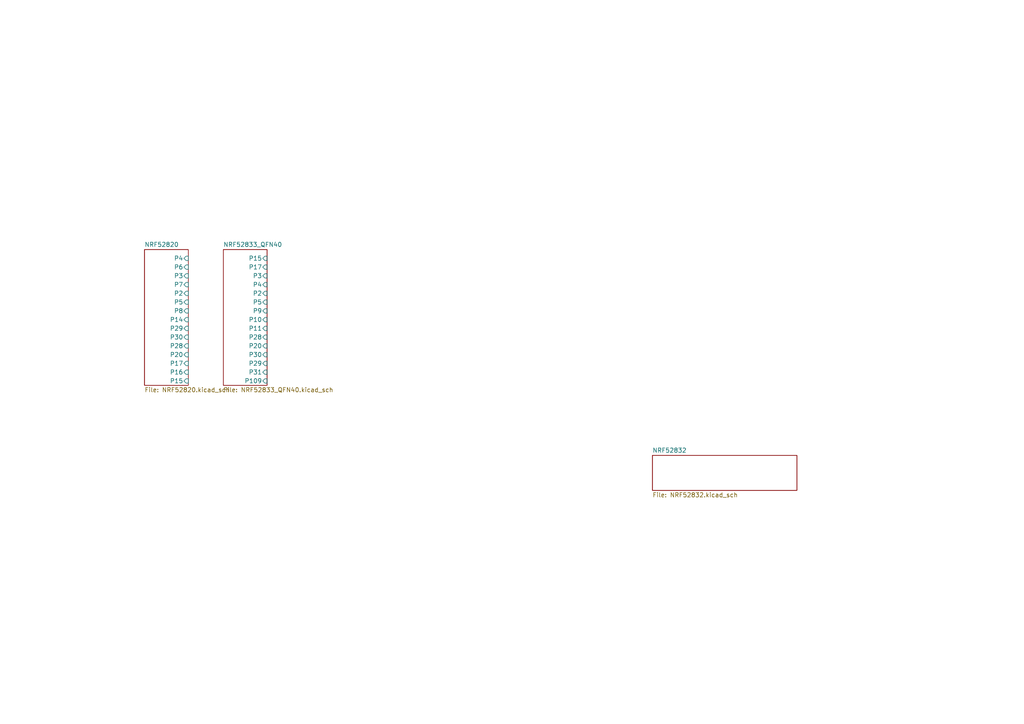
<source format=kicad_sch>
(kicad_sch (version 20231120) (generator "eeschema") (generator_version "8.0")
  (paper "A4")
  (lib_symbols
    (symbol "Battery_Management:BQ24075RGT"
      (property "Reference" "U" (at -8.89 13.97 0))
      (property "Value" "BQ24075RGT" (at 16.51 13.97 0))
      (symbol "BQ24075RGT_0_1"
        (rectangle (start -10.16 12.7) (end 10.16 -12.7) (stroke (width 0.254)) (fill (type background)))
      )
      (symbol "BQ24075RGT_1_1"
        (pin passive line (at 12.7 -2.54 180) (length 2.54) (name "TS") (number "1"))
        (pin power_out line (at 12.7 10.16 180) (length 2.54) (name "OUT") (number "10"))
        (pin passive line (at 12.7 10.16 180) (length 2.54) hide (name "OUT") (number "11"))
        (pin passive line (at -12.7 -7.62 0) (length 2.54) (name "ILIM") (number "12"))
        (pin power_in line (at 0 15.24 270) (length 2.54) (name "IN") (number "13"))
        (pin input line (at -12.7 2.54 0) (length 2.54) (name "TMR") (number "14"))
        (pin input line (at -12.7 10.16 0) (length 2.54) (name "SYSOFF") (number "15"))
        (pin passive line (at -12.7 -10.16 0) (length 2.54) (name "ISET") (number "16"))
        (pin passive line (at 0 -15.24 90) (length 2.54) hide (name "VSS") (number "17"))
        (pin power_out line (at 12.7 2.54 180) (length 2.54) (name "BAT") (number "2"))
        (pin passive line (at 12.7 2.54 180) (length 2.54) hide (name "BAT") (number "3"))
        (pin input line (at -12.7 5.08 0) (length 2.54) (name "~{CE}") (number "4"))
        (pin input line (at -12.7 -2.54 0) (length 2.54) (name "EN2") (number "5"))
        (pin input line (at -12.7 0 0) (length 2.54) (name "EN1") (number "6"))
        (pin open_collector line (at 12.7 -7.62 180) (length 2.54) (name "~{PGOOD}") (number "7"))
        (pin power_in line (at 0 -15.24 90) (length 2.54) (name "VSS") (number "8"))
        (pin open_collector line (at 12.7 -10.16 180) (length 2.54) (name "~{CHG}") (number "9"))
      )
    )
    (symbol "Device:C_Polarized" (pin_numbers hide) (pin_names (offset 0.254))
      (property "Reference" "C" (at 0.635 2.54 0))
      (property "Value" "C_Polarized" (at 0.635 -2.54 0))
      (symbol "C_Polarized_0_1"
        (rectangle (start -2.286 0.508) (end 2.286 1.016))
        (polyline (pts (xy -1.778 2.286) (xy -0.762 2.286)))
        (polyline (pts (xy -1.27 2.794) (xy -1.27 1.778)))
        (rectangle (start 2.286 -0.508) (end -2.286 -1.016) (fill (type outline)))
      )
      (symbol "C_Polarized_1_1"
        (pin passive line (at 0 3.81 270) (length 2.794) (name "~") (number "1"))
        (pin passive line (at 0 -3.81 90) (length 2.794) (name "~") (number "2"))
      )
    )
    (symbol "Interface_Expansion:MCP23017_SO" (pin_names (offset 1.016))
      (property "Reference" "U" (at -11.43 24.13 0))
      (property "Value" "MCP23017_SO" (at 0 0 0))
      (symbol "MCP23017_SO_0_1"
        (rectangle (start -12.7 22.86) (end 12.7 -22.86) (stroke (width 0.254)) (fill (type background)))
      )
      (symbol "MCP23017_SO_1_1"
        (pin bidirectional line (at 17.78 20.32 180) (length 5.08) (name "GPB0") (number "1"))
        (pin power_in line (at 0 -27.94 90) (length 5.08) (name "VSS") (number "10"))
        (pin no_connect line (at -12.7 15.24 0) (length 5.08) hide (name "NC") (number "11"))
        (pin input line (at -17.78 17.78 0) (length 5.08) (name "SCK") (number "12"))
        (pin bidirectional line (at -17.78 20.32 0) (length 5.08) (name "SDA") (number "13"))
        (pin no_connect line (at -12.7 12.7 0) (length 5.08) hide (name "NC") (number "14"))
        (pin input line (at -17.78 -20.32 0) (length 5.08) (name "A0") (number "15"))
        (pin input line (at -17.78 -17.78 0) (length 5.08) (name "A1") (number "16"))
        (pin input line (at -17.78 -15.24 0) (length 5.08) (name "A2") (number "17"))
        (pin input line (at -17.78 -2.54 0) (length 5.08) (name "~{RESET}") (number "18"))
        (pin tri_state line (at -17.78 5.08 0) (length 5.08) (name "INTB") (number "19"))
        (pin bidirectional line (at 17.78 17.78 180) (length 5.08) (name "GPB1") (number "2"))
        (pin tri_state line (at -17.78 2.54 0) (length 5.08) (name "INTA") (number "20"))
        (pin bidirectional line (at 17.78 -2.54 180) (length 5.08) (name "GPA0") (number "21"))
        (pin bidirectional line (at 17.78 -5.08 180) (length 5.08) (name "GPA1") (number "22"))
        (pin bidirectional line (at 17.78 -7.62 180) (length 5.08) (name "GPA2") (number "23"))
        (pin bidirectional line (at 17.78 -10.16 180) (length 5.08) (name "GPA3") (number "24"))
        (pin bidirectional line (at 17.78 -12.7 180) (length 5.08) (name "GPA4") (number "25"))
        (pin bidirectional line (at 17.78 -15.24 180) (length 5.08) (name "GPA5") (number "26"))
        (pin bidirectional line (at 17.78 -17.78 180) (length 5.08) (name "GPA6") (number "27"))
        (pin bidirectional line (at 17.78 -20.32 180) (length 5.08) (name "GPA7") (number "28"))
        (pin bidirectional line (at 17.78 15.24 180) (length 5.08) (name "GPB2") (number "3"))
        (pin bidirectional line (at 17.78 12.7 180) (length 5.08) (name "GPB3") (number "4"))
        (pin bidirectional line (at 17.78 10.16 180) (length 5.08) (name "GPB4") (number "5"))
        (pin bidirectional line (at 17.78 7.62 180) (length 5.08) (name "GPB5") (number "6"))
        (pin bidirectional line (at 17.78 5.08 180) (length 5.08) (name "GPB6") (number "7"))
        (pin bidirectional line (at 17.78 2.54 180) (length 5.08) (name "GPB7") (number "8"))
        (pin power_in line (at 0 27.94 270) (length 5.08) (name "VDD") (number "9"))
      )
    )
    (symbol "LED:WS2812B-2020" (pin_names (offset 0.254))
      (property "Reference" "D" (at 5.08 5.715 0))
      (property "Value" "WS2812B-2020" (at 1.27 -5.715 0))
      (symbol "WS2812B-2020_0_0"
        (text "RGB" (at 2.286 -4.191 0) (effects (font (size 0.762 0.762))))
      )
      (symbol "WS2812B-2020_0_1"
        (polyline (pts (xy 1.27 -3.556) (xy 1.778 -3.556)))
        (polyline (pts (xy 1.27 -2.54) (xy 1.778 -2.54)))
        (polyline (pts (xy 4.699 -3.556) (xy 2.667 -3.556)))
        (polyline (pts (xy 2.286 -2.54) (xy 1.27 -3.556) (xy 1.27 -3.048)))
        (polyline (pts (xy 2.286 -1.524) (xy 1.27 -2.54) (xy 1.27 -2.032)))
        (polyline (pts (xy 3.683 -1.016) (xy 3.683 -3.556) (xy 3.683 -4.064)))
        (polyline (pts (xy 4.699 -1.524) (xy 2.667 -1.524) (xy 3.683 -3.556) (xy 4.699 -1.524)))
        (rectangle (start 5.08 5.08) (end -5.08 -5.08) (stroke (width 0.254)) (fill (type background)))
      )
      (symbol "WS2812B-2020_1_1"
        (pin output line (at 7.62 0 180) (length 2.54) (name "DOUT") (number "1"))
        (pin power_in line (at 0 -7.62 90) (length 2.54) (name "VSS") (number "2"))
        (pin input line (at -7.62 0 0) (length 2.54) (name "DIN") (number "3"))
        (pin power_in line (at 0 7.62 270) (length 2.54) (name "VDD") (number "4"))
      )
    )
    (symbol "PCM_marbastlib-various:MAX17048"
      (property "Reference" "U" (at 0 10.16 0))
      (property "Value" "MAX17048" (at 0 -10.16 0))
      (symbol "MAX17048_0_0"
        (pin power_in line (at -8.89 -1.27 0) (length 2.54) (name "CTG") (number "1"))
        (pin power_in line (at -8.89 3.81 0) (length 2.54) (name "CELL") (number "2"))
        (pin power_in line (at -8.89 6.35 0) (length 2.54) (name "VDD") (number "3"))
        (pin power_in line (at -8.89 -3.81 0) (length 2.54) (name "GND") (number "4"))
        (pin open_collector line (at 8.89 6.35 180) (length 2.54) (name "~{ALRT}") (number "5"))
        (pin input line (at 8.89 -6.35 180) (length 2.54) (name "QSTRT") (number "6"))
        (pin bidirectional line (at 8.89 -1.27 180) (length 2.54) (name "SCL") (number "7"))
        (pin bidirectional line (at 8.89 1.27 180) (length 2.54) (name "SDA") (number "8"))
        (pin power_in line (at -8.89 -6.35 0) (length 2.54) (name "GND") (number "9"))
      )
      (symbol "MAX17048_0_1"
        (rectangle (start -6.35 8.89) (end 6.35 -8.89) (stroke (width 0.1524)) (fill (type background)))
      )
    )
    (symbol "PCM_marbastlib-various:TP4056" (pin_names (offset 1.016))
      (property "Reference" "U" (at -6.35 8.89 0))
      (property "Value" "TP4056" (at 2.54 -10.16 0))
      (symbol "TP4056_0_1"
        (rectangle (start -7.62 7.62) (end 6.35 -8.89) (fill (type background)))
      )
      (symbol "TP4056_1_1"
        (pin input line (at 8.89 -5.08 180) (length 2.54) (name "TEMP") (number "1"))
        (pin input line (at 8.89 -7.62 180) (length 2.54) (name "PROG") (number "2"))
        (pin power_in line (at -10.16 1.27 0) (length 2.54) (name "GND") (number "3"))
        (pin power_in line (at -10.16 6.35 0) (length 2.54) (name "VCC") (number "4"))
        (pin power_out line (at 8.89 6.35 180) (length 2.54) (name "BAT") (number "5"))
        (pin output line (at -10.16 -7.62 0) (length 2.54) (name "STDBY") (number "6"))
        (pin output line (at -10.16 -5.08 0) (length 2.54) (name "CHRG") (number "7"))
        (pin input line (at -10.16 3.81 0) (length 2.54) (name "CE") (number "8"))
      )
    )
    (symbol "Regulator_Linear:AMS1117-3.3"
      (property "Reference" "U" (at -3.81 3.175 0))
      (property "Value" "AMS1117-3.3" (at 0 3.175 0))
      (symbol "AMS1117-3.3_0_1"
        (rectangle (start -5.08 -5.08) (end 5.08 1.905) (stroke (width 0.254)) (fill (type background)))
      )
      (symbol "AMS1117-3.3_1_1"
        (pin power_in line (at 0 -7.62 90) (length 2.54) (name "GND") (number "1"))
        (pin power_out line (at 7.62 0 180) (length 2.54) (name "VO") (number "2"))
        (pin power_in line (at -7.62 0 0) (length 2.54) (name "VI") (number "3"))
      )
    )
  )
  (symbol (lib_id "Interface_Expansion:MCP23017_SO") (at 26.67 -38.1 0) (unit 1)
    (property "Reference" "U10" (at 28.8641 -66.04 0) (effects (justify left)))
    (property "Value" "MCP23017_SO" (at 28.8641 -63.5 0) (effects (justify left)))
    (property "Footprint" "Package_SO:SOIC-28W_7.5x17.9mm_P1.27mm" (effects (hide yes)))
    (property "Datasheet" "http://ww1.microchip.com/downloads/en/DeviceDoc/20001952C.pdf" (effects (hide yes)))
    (property "Description" "16-bit I/O expander, I2C, interrupts, w pull-ups, SOIC-28" (effects (hide yes)))
  )
  (symbol (lib_id "PCM_marbastlib-various:TP4056") (at 135.89 -60.96 0) (unit 1)
    (property "Reference" "U5" (at 135.255 -72.39 0))
    (property "Value" "TP4056" (at 135.255 -69.85 0))
    (property "Footprint" "Package_SO:SOP-8-1EP_4.57x4.57mm_P1.27mm_EP4.57x4.45mm" (effects (hide yes)))
    (property "Datasheet" "https://datasheet.lcsc.com/szlcsc/1906261508_Nanjing-Extension-Microelectronics-TP4056-42-ESOP8_C16581.pdf" (effects (hide yes)))
    (property "Description" "Standalone Linear Li-lon Battery Charger with Thermal Protection" (effects (hide yes)))
    (property "LCSC" "C16581" (effects (hide yes)))
  )
  (symbol (lib_id "Regulator_Linear:AMS1117-3.3") (at 20.32 -80.01 0) (unit 1)
    (property "Reference" "U9" (at 20.32 -85.09 0))
    (property "Value" "AMS1117-3.3" (at 20.32 -82.55 0))
    (property "Footprint" "Package_TO_SOT_SMD:SOT-223-3_TabPin2" (effects (hide yes)))
    (property "Datasheet" "http://www.advanced-monolithic.com/pdf/ds1117.pdf" (effects (hide yes)))
    (property "Description" "1A Low Dropout regulator, positive, 3.3V fixed output, SOT-223" (effects (hide yes)))
  )
  (symbol (lib_id "LED:WS2812B-2020") (at 106.68 -31.75 0) (unit 1)
    (property "Reference" "D1" (at 120.65 -38.0686 0))
    (property "Value" "WS2812B-2020" (at 120.65 -35.5286 0))
    (property "Footprint" "LED_SMD:LED_WS2812B-2020_PLCC4_2.0x2.0mm" (effects (hide yes)))
    (property "Datasheet" "https://cdn-shop.adafruit.com/product-files/4684/4684_WS2812B-2020_V1.3_EN.pdf" (effects (hide yes)))
    (property "Description" "RGB LED with integrated controller, 2.0 x 2.0 mm, 12 mA" (effects (hide yes)))
  )
  (symbol (lib_id "PCM_marbastlib-various:MAX17048") (at 167.64 -55.88 0) (unit 1)
    (property "Reference" "U6" (at 167.64 -68.58 0))
    (property "Value" "MAX17048" (at 167.64 -66.04 0))
    (property "Footprint" "Package_DFN_QFN:DFN-8-1EP_2x2mm_P0.5mm_EP0.7x1.3mm" (effects (hide yes)))
    (property "Datasheet" "https://datasheets.maximintegrated.com/en/ds/MAX17048-MAX17049.pdf" (effects (hide yes)))
    (property "Description" "Fuel gauge chip with integrated current sensing resistor" (effects (hide yes)))
  )
  (symbol (lib_id "Battery_Management:BQ24075RGT") (at 88.9 -57.15 0) (unit 1)
    (property "Reference" "U4" (at 91.0941 -73.66 0) (effects (justify left)))
    (property "Value" "BQ24075RGT" (at 91.0941 -71.12 0) (effects (justify left)))
    (property "Footprint" "Package_DFN_QFN:VQFN-16-1EP_3x3mm_P0.5mm_EP1.6x1.6mm" (effects (hide yes)))
    (property "Datasheet" "http://www.ti.com/lit/ds/symlink/bq24075.pdf" (effects (hide yes)))
    (property "Description" "USB-Friendly Li-Ion Battery Charger and Power-Path Management, VQFN-16" (effects (hide yes)))
  )
  (symbol (lib_id "Device:C_Polarized") (at 74.93 -8.89 0) (mirror y) (unit 1)
    (property "Reference" "C2" (at 71.12 -11.0491 0) (effects (justify left)))
    (property "Value" "4.7uF" (at 71.12 -8.5091 0) (effects (justify left)))
    (property "Description" "Polarized capacitor" (effects (hide yes)))
  )
  (sheet (at 41.91 72.39) (size 12.7 39.37) (stroke (width 0.1524))
    (property "Sheetname" "NRF52820" (at 41.91 71.6784 0) (effects (justify left bottom)))
    (property "Sheetfile" "NRF52820.kicad_sch" (at 41.91 112.3446 0) (effects (justify left top)))
    (pin "P4" input (at 54.61 74.93 0))
    (pin "P6" input (at 54.61 77.47 0))
    (pin "P3" input (at 54.61 80.01 0))
    (pin "P7" input (at 54.61 82.55 0))
    (pin "P2" input (at 54.61 85.09 0))
    (pin "P5" input (at 54.61 87.63 0))
    (pin "P8" input (at 54.61 90.17 0))
    (pin "P14" input (at 54.61 92.71 0))
    (pin "P29" input (at 54.61 95.25 0))
    (pin "P30" input (at 54.61 97.79 0))
    (pin "P28" input (at 54.61 100.33 0))
    (pin "P20" input (at 54.61 102.87 0))
    (pin "P17" input (at 54.61 105.41 0))
    (pin "P16" input (at 54.61 107.95 0))
    (pin "P15" input (at 54.61 110.49 0))
  )
  (sheet (at 64.77 72.39) (size 12.7 39.37) (stroke (width 0.1524))
    (property "Sheetname" "NRF52833_QFN40" (at 64.77 71.6784 0) (effects (justify left bottom)))
    (property "Sheetfile" "NRF52833_QFN40.kicad_sch" (at 64.77 112.3446 0) (effects (justify left top)))
    (pin "P15" input (at 77.47 74.93 0))
    (pin "P17" input (at 77.47 77.47 0))
    (pin "P3" input (at 77.47 80.01 0))
    (pin "P4" input (at 77.47 82.55 0))
    (pin "P2" input (at 77.47 85.09 0))
    (pin "P5" input (at 77.47 87.63 0))
    (pin "P9" input (at 77.47 90.17 0))
    (pin "P10" input (at 77.47 92.71 0))
    (pin "P11" input (at 77.47 95.25 0))
    (pin "P28" input (at 77.47 97.79 0))
    (pin "P20" input (at 77.47 100.33 0))
    (pin "P30" input (at 77.47 102.87 0))
    (pin "P29" input (at 77.47 105.41 0))
    (pin "P31" input (at 77.47 107.95 0))
    (pin "P109" input (at 77.47 110.49 0))
  )
  (sheet (at 189.23 132.08) (size 41.91 10.16) (stroke (width 0.1524))
    (property "Sheetname" "NRF52832" (at 189.23 131.3684 0) (effects (justify left bottom)))
    (property "Sheetfile" "NRF52832.kicad_sch" (at 189.23 142.8246 0) (effects (justify left top)))
  )
)
</source>
